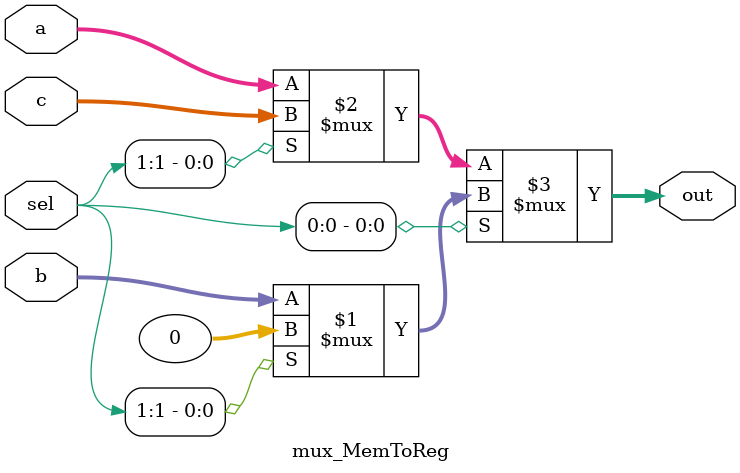
<source format=v>
`timescale 1ns / 1ps
module mux_MemToReg(
	input [31:0] a,
	input [31:0] b,
	input [31:0] c,
	input [1:0] sel,
	output [31:0] out
    );
		
	assign out = (sel[0]) ? (sel[1] ? 32'b0 : b) : (sel[1] ? c : a);

endmodule

</source>
